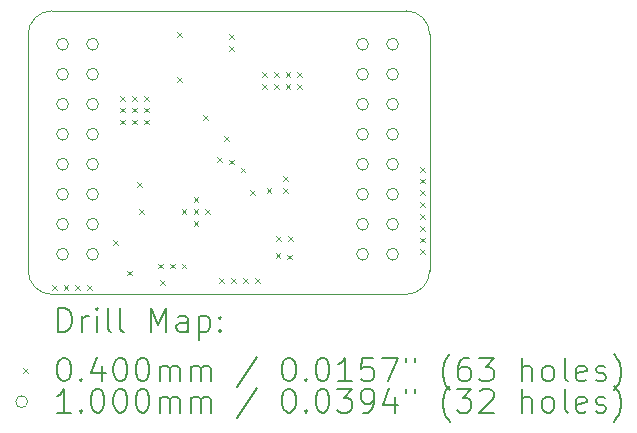
<source format=gbr>
%TF.GenerationSoftware,KiCad,Pcbnew,7.0.7-2.fc38*%
%TF.CreationDate,2023-11-16T23:21:04-08:00*%
%TF.ProjectId,TinySparrow,54696e79-5370-4617-9272-6f772e6b6963,rev?*%
%TF.SameCoordinates,Original*%
%TF.FileFunction,Drillmap*%
%TF.FilePolarity,Positive*%
%FSLAX45Y45*%
G04 Gerber Fmt 4.5, Leading zero omitted, Abs format (unit mm)*
G04 Created by KiCad (PCBNEW 7.0.7-2.fc38) date 2023-11-16 23:21:04*
%MOMM*%
%LPD*%
G01*
G04 APERTURE LIST*
%ADD10C,0.100000*%
%ADD11C,0.200000*%
%ADD12C,0.040000*%
G04 APERTURE END LIST*
D10*
X16900000Y-8180000D02*
G75*
G03*
X16700000Y-8380000I0J-200000D01*
G01*
X16900000Y-8180000D02*
X19900000Y-8180000D01*
X16700000Y-10380000D02*
X16700000Y-8380000D01*
X16900000Y-10580000D02*
X19900000Y-10580000D01*
X19900000Y-10580000D02*
G75*
G03*
X20100000Y-10380000I0J200000D01*
G01*
X20100000Y-10380000D02*
X20100000Y-8380000D01*
X20100000Y-8380000D02*
G75*
G03*
X19900000Y-8180000I-200000J0D01*
G01*
X16700000Y-10380000D02*
G75*
G03*
X16900000Y-10580000I200000J0D01*
G01*
D11*
D12*
X16900000Y-10500000D02*
X16940000Y-10540000D01*
X16940000Y-10500000D02*
X16900000Y-10540000D01*
X17000000Y-10500000D02*
X17040000Y-10540000D01*
X17040000Y-10500000D02*
X17000000Y-10540000D01*
X17100000Y-10500000D02*
X17140000Y-10540000D01*
X17140000Y-10500000D02*
X17100000Y-10540000D01*
X17200000Y-10500000D02*
X17240000Y-10540000D01*
X17240000Y-10500000D02*
X17200000Y-10540000D01*
X17420000Y-10120000D02*
X17460000Y-10160000D01*
X17460000Y-10120000D02*
X17420000Y-10160000D01*
X17480000Y-8900000D02*
X17520000Y-8940000D01*
X17520000Y-8900000D02*
X17480000Y-8940000D01*
X17480000Y-9000000D02*
X17520000Y-9040000D01*
X17520000Y-9000000D02*
X17480000Y-9040000D01*
X17480000Y-9100000D02*
X17520000Y-9140000D01*
X17520000Y-9100000D02*
X17480000Y-9140000D01*
X17540000Y-10380000D02*
X17580000Y-10420000D01*
X17580000Y-10380000D02*
X17540000Y-10420000D01*
X17580000Y-8900000D02*
X17620000Y-8940000D01*
X17620000Y-8900000D02*
X17580000Y-8940000D01*
X17580000Y-9000000D02*
X17620000Y-9040000D01*
X17620000Y-9000000D02*
X17580000Y-9040000D01*
X17580000Y-9100000D02*
X17620000Y-9140000D01*
X17620000Y-9100000D02*
X17580000Y-9140000D01*
X17620000Y-9632450D02*
X17660000Y-9672450D01*
X17660000Y-9632450D02*
X17620000Y-9672450D01*
X17640000Y-9860000D02*
X17680000Y-9900000D01*
X17680000Y-9860000D02*
X17640000Y-9900000D01*
X17680000Y-8900000D02*
X17720000Y-8940000D01*
X17720000Y-8900000D02*
X17680000Y-8940000D01*
X17680000Y-9000000D02*
X17720000Y-9040000D01*
X17720000Y-9000000D02*
X17680000Y-9040000D01*
X17680000Y-9100000D02*
X17720000Y-9140000D01*
X17720000Y-9100000D02*
X17680000Y-9140000D01*
X17800050Y-10320000D02*
X17840050Y-10360000D01*
X17840050Y-10320000D02*
X17800050Y-10360000D01*
X17820000Y-10460000D02*
X17860000Y-10500000D01*
X17860000Y-10460000D02*
X17820000Y-10500000D01*
X17900000Y-10320000D02*
X17940000Y-10360000D01*
X17940000Y-10320000D02*
X17900000Y-10360000D01*
X17960000Y-8360000D02*
X18000000Y-8400000D01*
X18000000Y-8360000D02*
X17960000Y-8400000D01*
X17960000Y-8740000D02*
X18000000Y-8780000D01*
X18000000Y-8740000D02*
X17960000Y-8780000D01*
X18000000Y-9860000D02*
X18040000Y-9900000D01*
X18040000Y-9860000D02*
X18000000Y-9900000D01*
X18000000Y-10320000D02*
X18040000Y-10360000D01*
X18040000Y-10320000D02*
X18000000Y-10360000D01*
X18100000Y-9760000D02*
X18140000Y-9800000D01*
X18140000Y-9760000D02*
X18100000Y-9800000D01*
X18100000Y-9860000D02*
X18140000Y-9900000D01*
X18140000Y-9860000D02*
X18100000Y-9900000D01*
X18100000Y-9960000D02*
X18140000Y-10000000D01*
X18140000Y-9960000D02*
X18100000Y-10000000D01*
X18180000Y-9060000D02*
X18220000Y-9100000D01*
X18220000Y-9060000D02*
X18180000Y-9100000D01*
X18200000Y-9860000D02*
X18240000Y-9900000D01*
X18240000Y-9860000D02*
X18200000Y-9900000D01*
X18300000Y-9420000D02*
X18340000Y-9460000D01*
X18340000Y-9420000D02*
X18300000Y-9460000D01*
X18318800Y-10444800D02*
X18358800Y-10484800D01*
X18358800Y-10444800D02*
X18318800Y-10484800D01*
X18360000Y-9240000D02*
X18400000Y-9280000D01*
X18400000Y-9240000D02*
X18360000Y-9280000D01*
X18400000Y-8380000D02*
X18440000Y-8420000D01*
X18440000Y-8380000D02*
X18400000Y-8420000D01*
X18400000Y-8480000D02*
X18440000Y-8520000D01*
X18440000Y-8480000D02*
X18400000Y-8520000D01*
X18400000Y-9440000D02*
X18440000Y-9480000D01*
X18440000Y-9440000D02*
X18400000Y-9480000D01*
X18418750Y-10444800D02*
X18458750Y-10484800D01*
X18458750Y-10444800D02*
X18418750Y-10484800D01*
X18500000Y-9506320D02*
X18540000Y-9546320D01*
X18540000Y-9506320D02*
X18500000Y-9546320D01*
X18522000Y-10444800D02*
X18562000Y-10484800D01*
X18562000Y-10444800D02*
X18522000Y-10484800D01*
X18580000Y-9700000D02*
X18620000Y-9740000D01*
X18620000Y-9700000D02*
X18580000Y-9740000D01*
X18621831Y-10439910D02*
X18661831Y-10479910D01*
X18661831Y-10439910D02*
X18621831Y-10479910D01*
X18680000Y-8700000D02*
X18720000Y-8740000D01*
X18720000Y-8700000D02*
X18680000Y-8740000D01*
X18680000Y-8800000D02*
X18720000Y-8840000D01*
X18720000Y-8800000D02*
X18680000Y-8840000D01*
X18720000Y-9680000D02*
X18760000Y-9720000D01*
X18760000Y-9680000D02*
X18720000Y-9720000D01*
X18780000Y-8700000D02*
X18820000Y-8740000D01*
X18820000Y-8700000D02*
X18780000Y-8740000D01*
X18780000Y-8800000D02*
X18820000Y-8840000D01*
X18820000Y-8800000D02*
X18780000Y-8840000D01*
X18795758Y-10234150D02*
X18835758Y-10274150D01*
X18835758Y-10234150D02*
X18795758Y-10274150D01*
X18801400Y-10089200D02*
X18841400Y-10129200D01*
X18841400Y-10089200D02*
X18801400Y-10129200D01*
X18860000Y-9680000D02*
X18900000Y-9720000D01*
X18900000Y-9680000D02*
X18860000Y-9720000D01*
X18861230Y-9578770D02*
X18901230Y-9618770D01*
X18901230Y-9578770D02*
X18861230Y-9618770D01*
X18880000Y-8700000D02*
X18920000Y-8740000D01*
X18920000Y-8700000D02*
X18880000Y-8740000D01*
X18880000Y-8800000D02*
X18920000Y-8840000D01*
X18920000Y-8800000D02*
X18880000Y-8840000D01*
X18895297Y-10243214D02*
X18935297Y-10283214D01*
X18935297Y-10243214D02*
X18895297Y-10283214D01*
X18901350Y-10089200D02*
X18941350Y-10129200D01*
X18941350Y-10089200D02*
X18901350Y-10129200D01*
X18980000Y-8700000D02*
X19020000Y-8740000D01*
X19020000Y-8700000D02*
X18980000Y-8740000D01*
X18980000Y-8800000D02*
X19020000Y-8840000D01*
X19020000Y-8800000D02*
X18980000Y-8840000D01*
X20020000Y-9500000D02*
X20060000Y-9540000D01*
X20060000Y-9500000D02*
X20020000Y-9540000D01*
X20020000Y-9600000D02*
X20060000Y-9640000D01*
X20060000Y-9600000D02*
X20020000Y-9640000D01*
X20020000Y-9700000D02*
X20060000Y-9740000D01*
X20060000Y-9700000D02*
X20020000Y-9740000D01*
X20020000Y-9800000D02*
X20060000Y-9840000D01*
X20060000Y-9800000D02*
X20020000Y-9840000D01*
X20020000Y-9900000D02*
X20060000Y-9940000D01*
X20060000Y-9900000D02*
X20020000Y-9940000D01*
X20020000Y-10000000D02*
X20060000Y-10040000D01*
X20060000Y-10000000D02*
X20020000Y-10040000D01*
X20020000Y-10100000D02*
X20060000Y-10140000D01*
X20060000Y-10100000D02*
X20020000Y-10140000D01*
X20020000Y-10200000D02*
X20060000Y-10240000D01*
X20060000Y-10200000D02*
X20020000Y-10240000D01*
D10*
X17041000Y-8462000D02*
G75*
G03*
X17041000Y-8462000I-50000J0D01*
G01*
X17041000Y-8716000D02*
G75*
G03*
X17041000Y-8716000I-50000J0D01*
G01*
X17041000Y-8970000D02*
G75*
G03*
X17041000Y-8970000I-50000J0D01*
G01*
X17041000Y-9224000D02*
G75*
G03*
X17041000Y-9224000I-50000J0D01*
G01*
X17041000Y-9478000D02*
G75*
G03*
X17041000Y-9478000I-50000J0D01*
G01*
X17041000Y-9732000D02*
G75*
G03*
X17041000Y-9732000I-50000J0D01*
G01*
X17041000Y-9986000D02*
G75*
G03*
X17041000Y-9986000I-50000J0D01*
G01*
X17041000Y-10240000D02*
G75*
G03*
X17041000Y-10240000I-50000J0D01*
G01*
X17295000Y-8462000D02*
G75*
G03*
X17295000Y-8462000I-50000J0D01*
G01*
X17295000Y-8716000D02*
G75*
G03*
X17295000Y-8716000I-50000J0D01*
G01*
X17295000Y-8970000D02*
G75*
G03*
X17295000Y-8970000I-50000J0D01*
G01*
X17295000Y-9224000D02*
G75*
G03*
X17295000Y-9224000I-50000J0D01*
G01*
X17295000Y-9478000D02*
G75*
G03*
X17295000Y-9478000I-50000J0D01*
G01*
X17295000Y-9732000D02*
G75*
G03*
X17295000Y-9732000I-50000J0D01*
G01*
X17295000Y-9986000D02*
G75*
G03*
X17295000Y-9986000I-50000J0D01*
G01*
X17295000Y-10240000D02*
G75*
G03*
X17295000Y-10240000I-50000J0D01*
G01*
X19581000Y-8462000D02*
G75*
G03*
X19581000Y-8462000I-50000J0D01*
G01*
X19581000Y-8716000D02*
G75*
G03*
X19581000Y-8716000I-50000J0D01*
G01*
X19581000Y-8970000D02*
G75*
G03*
X19581000Y-8970000I-50000J0D01*
G01*
X19581000Y-9224000D02*
G75*
G03*
X19581000Y-9224000I-50000J0D01*
G01*
X19581000Y-9478000D02*
G75*
G03*
X19581000Y-9478000I-50000J0D01*
G01*
X19581000Y-9732000D02*
G75*
G03*
X19581000Y-9732000I-50000J0D01*
G01*
X19581000Y-9986000D02*
G75*
G03*
X19581000Y-9986000I-50000J0D01*
G01*
X19581000Y-10240000D02*
G75*
G03*
X19581000Y-10240000I-50000J0D01*
G01*
X19835000Y-8462000D02*
G75*
G03*
X19835000Y-8462000I-50000J0D01*
G01*
X19835000Y-8716000D02*
G75*
G03*
X19835000Y-8716000I-50000J0D01*
G01*
X19835000Y-8970000D02*
G75*
G03*
X19835000Y-8970000I-50000J0D01*
G01*
X19835000Y-9224000D02*
G75*
G03*
X19835000Y-9224000I-50000J0D01*
G01*
X19835000Y-9478000D02*
G75*
G03*
X19835000Y-9478000I-50000J0D01*
G01*
X19835000Y-9732000D02*
G75*
G03*
X19835000Y-9732000I-50000J0D01*
G01*
X19835000Y-9986000D02*
G75*
G03*
X19835000Y-9986000I-50000J0D01*
G01*
X19835000Y-10240000D02*
G75*
G03*
X19835000Y-10240000I-50000J0D01*
G01*
D11*
X16955777Y-10896484D02*
X16955777Y-10696484D01*
X16955777Y-10696484D02*
X17003396Y-10696484D01*
X17003396Y-10696484D02*
X17031967Y-10706008D01*
X17031967Y-10706008D02*
X17051015Y-10725055D01*
X17051015Y-10725055D02*
X17060539Y-10744103D01*
X17060539Y-10744103D02*
X17070063Y-10782198D01*
X17070063Y-10782198D02*
X17070063Y-10810770D01*
X17070063Y-10810770D02*
X17060539Y-10848865D01*
X17060539Y-10848865D02*
X17051015Y-10867912D01*
X17051015Y-10867912D02*
X17031967Y-10886960D01*
X17031967Y-10886960D02*
X17003396Y-10896484D01*
X17003396Y-10896484D02*
X16955777Y-10896484D01*
X17155777Y-10896484D02*
X17155777Y-10763150D01*
X17155777Y-10801246D02*
X17165301Y-10782198D01*
X17165301Y-10782198D02*
X17174824Y-10772674D01*
X17174824Y-10772674D02*
X17193872Y-10763150D01*
X17193872Y-10763150D02*
X17212920Y-10763150D01*
X17279586Y-10896484D02*
X17279586Y-10763150D01*
X17279586Y-10696484D02*
X17270063Y-10706008D01*
X17270063Y-10706008D02*
X17279586Y-10715531D01*
X17279586Y-10715531D02*
X17289110Y-10706008D01*
X17289110Y-10706008D02*
X17279586Y-10696484D01*
X17279586Y-10696484D02*
X17279586Y-10715531D01*
X17403396Y-10896484D02*
X17384348Y-10886960D01*
X17384348Y-10886960D02*
X17374824Y-10867912D01*
X17374824Y-10867912D02*
X17374824Y-10696484D01*
X17508158Y-10896484D02*
X17489110Y-10886960D01*
X17489110Y-10886960D02*
X17479586Y-10867912D01*
X17479586Y-10867912D02*
X17479586Y-10696484D01*
X17736729Y-10896484D02*
X17736729Y-10696484D01*
X17736729Y-10696484D02*
X17803396Y-10839341D01*
X17803396Y-10839341D02*
X17870063Y-10696484D01*
X17870063Y-10696484D02*
X17870063Y-10896484D01*
X18051015Y-10896484D02*
X18051015Y-10791722D01*
X18051015Y-10791722D02*
X18041491Y-10772674D01*
X18041491Y-10772674D02*
X18022444Y-10763150D01*
X18022444Y-10763150D02*
X17984348Y-10763150D01*
X17984348Y-10763150D02*
X17965301Y-10772674D01*
X18051015Y-10886960D02*
X18031967Y-10896484D01*
X18031967Y-10896484D02*
X17984348Y-10896484D01*
X17984348Y-10896484D02*
X17965301Y-10886960D01*
X17965301Y-10886960D02*
X17955777Y-10867912D01*
X17955777Y-10867912D02*
X17955777Y-10848865D01*
X17955777Y-10848865D02*
X17965301Y-10829817D01*
X17965301Y-10829817D02*
X17984348Y-10820293D01*
X17984348Y-10820293D02*
X18031967Y-10820293D01*
X18031967Y-10820293D02*
X18051015Y-10810770D01*
X18146253Y-10763150D02*
X18146253Y-10963150D01*
X18146253Y-10772674D02*
X18165301Y-10763150D01*
X18165301Y-10763150D02*
X18203396Y-10763150D01*
X18203396Y-10763150D02*
X18222444Y-10772674D01*
X18222444Y-10772674D02*
X18231967Y-10782198D01*
X18231967Y-10782198D02*
X18241491Y-10801246D01*
X18241491Y-10801246D02*
X18241491Y-10858389D01*
X18241491Y-10858389D02*
X18231967Y-10877436D01*
X18231967Y-10877436D02*
X18222444Y-10886960D01*
X18222444Y-10886960D02*
X18203396Y-10896484D01*
X18203396Y-10896484D02*
X18165301Y-10896484D01*
X18165301Y-10896484D02*
X18146253Y-10886960D01*
X18327205Y-10877436D02*
X18336729Y-10886960D01*
X18336729Y-10886960D02*
X18327205Y-10896484D01*
X18327205Y-10896484D02*
X18317682Y-10886960D01*
X18317682Y-10886960D02*
X18327205Y-10877436D01*
X18327205Y-10877436D02*
X18327205Y-10896484D01*
X18327205Y-10772674D02*
X18336729Y-10782198D01*
X18336729Y-10782198D02*
X18327205Y-10791722D01*
X18327205Y-10791722D02*
X18317682Y-10782198D01*
X18317682Y-10782198D02*
X18327205Y-10772674D01*
X18327205Y-10772674D02*
X18327205Y-10791722D01*
D12*
X16655000Y-11205000D02*
X16695000Y-11245000D01*
X16695000Y-11205000D02*
X16655000Y-11245000D01*
D11*
X16993872Y-11116484D02*
X17012920Y-11116484D01*
X17012920Y-11116484D02*
X17031967Y-11126008D01*
X17031967Y-11126008D02*
X17041491Y-11135531D01*
X17041491Y-11135531D02*
X17051015Y-11154579D01*
X17051015Y-11154579D02*
X17060539Y-11192674D01*
X17060539Y-11192674D02*
X17060539Y-11240293D01*
X17060539Y-11240293D02*
X17051015Y-11278388D01*
X17051015Y-11278388D02*
X17041491Y-11297436D01*
X17041491Y-11297436D02*
X17031967Y-11306960D01*
X17031967Y-11306960D02*
X17012920Y-11316484D01*
X17012920Y-11316484D02*
X16993872Y-11316484D01*
X16993872Y-11316484D02*
X16974824Y-11306960D01*
X16974824Y-11306960D02*
X16965301Y-11297436D01*
X16965301Y-11297436D02*
X16955777Y-11278388D01*
X16955777Y-11278388D02*
X16946253Y-11240293D01*
X16946253Y-11240293D02*
X16946253Y-11192674D01*
X16946253Y-11192674D02*
X16955777Y-11154579D01*
X16955777Y-11154579D02*
X16965301Y-11135531D01*
X16965301Y-11135531D02*
X16974824Y-11126008D01*
X16974824Y-11126008D02*
X16993872Y-11116484D01*
X17146253Y-11297436D02*
X17155777Y-11306960D01*
X17155777Y-11306960D02*
X17146253Y-11316484D01*
X17146253Y-11316484D02*
X17136729Y-11306960D01*
X17136729Y-11306960D02*
X17146253Y-11297436D01*
X17146253Y-11297436D02*
X17146253Y-11316484D01*
X17327205Y-11183150D02*
X17327205Y-11316484D01*
X17279586Y-11106960D02*
X17231967Y-11249817D01*
X17231967Y-11249817D02*
X17355777Y-11249817D01*
X17470063Y-11116484D02*
X17489110Y-11116484D01*
X17489110Y-11116484D02*
X17508158Y-11126008D01*
X17508158Y-11126008D02*
X17517682Y-11135531D01*
X17517682Y-11135531D02*
X17527205Y-11154579D01*
X17527205Y-11154579D02*
X17536729Y-11192674D01*
X17536729Y-11192674D02*
X17536729Y-11240293D01*
X17536729Y-11240293D02*
X17527205Y-11278388D01*
X17527205Y-11278388D02*
X17517682Y-11297436D01*
X17517682Y-11297436D02*
X17508158Y-11306960D01*
X17508158Y-11306960D02*
X17489110Y-11316484D01*
X17489110Y-11316484D02*
X17470063Y-11316484D01*
X17470063Y-11316484D02*
X17451015Y-11306960D01*
X17451015Y-11306960D02*
X17441491Y-11297436D01*
X17441491Y-11297436D02*
X17431967Y-11278388D01*
X17431967Y-11278388D02*
X17422444Y-11240293D01*
X17422444Y-11240293D02*
X17422444Y-11192674D01*
X17422444Y-11192674D02*
X17431967Y-11154579D01*
X17431967Y-11154579D02*
X17441491Y-11135531D01*
X17441491Y-11135531D02*
X17451015Y-11126008D01*
X17451015Y-11126008D02*
X17470063Y-11116484D01*
X17660539Y-11116484D02*
X17679586Y-11116484D01*
X17679586Y-11116484D02*
X17698634Y-11126008D01*
X17698634Y-11126008D02*
X17708158Y-11135531D01*
X17708158Y-11135531D02*
X17717682Y-11154579D01*
X17717682Y-11154579D02*
X17727205Y-11192674D01*
X17727205Y-11192674D02*
X17727205Y-11240293D01*
X17727205Y-11240293D02*
X17717682Y-11278388D01*
X17717682Y-11278388D02*
X17708158Y-11297436D01*
X17708158Y-11297436D02*
X17698634Y-11306960D01*
X17698634Y-11306960D02*
X17679586Y-11316484D01*
X17679586Y-11316484D02*
X17660539Y-11316484D01*
X17660539Y-11316484D02*
X17641491Y-11306960D01*
X17641491Y-11306960D02*
X17631967Y-11297436D01*
X17631967Y-11297436D02*
X17622444Y-11278388D01*
X17622444Y-11278388D02*
X17612920Y-11240293D01*
X17612920Y-11240293D02*
X17612920Y-11192674D01*
X17612920Y-11192674D02*
X17622444Y-11154579D01*
X17622444Y-11154579D02*
X17631967Y-11135531D01*
X17631967Y-11135531D02*
X17641491Y-11126008D01*
X17641491Y-11126008D02*
X17660539Y-11116484D01*
X17812920Y-11316484D02*
X17812920Y-11183150D01*
X17812920Y-11202198D02*
X17822444Y-11192674D01*
X17822444Y-11192674D02*
X17841491Y-11183150D01*
X17841491Y-11183150D02*
X17870063Y-11183150D01*
X17870063Y-11183150D02*
X17889110Y-11192674D01*
X17889110Y-11192674D02*
X17898634Y-11211722D01*
X17898634Y-11211722D02*
X17898634Y-11316484D01*
X17898634Y-11211722D02*
X17908158Y-11192674D01*
X17908158Y-11192674D02*
X17927205Y-11183150D01*
X17927205Y-11183150D02*
X17955777Y-11183150D01*
X17955777Y-11183150D02*
X17974825Y-11192674D01*
X17974825Y-11192674D02*
X17984348Y-11211722D01*
X17984348Y-11211722D02*
X17984348Y-11316484D01*
X18079586Y-11316484D02*
X18079586Y-11183150D01*
X18079586Y-11202198D02*
X18089110Y-11192674D01*
X18089110Y-11192674D02*
X18108158Y-11183150D01*
X18108158Y-11183150D02*
X18136729Y-11183150D01*
X18136729Y-11183150D02*
X18155777Y-11192674D01*
X18155777Y-11192674D02*
X18165301Y-11211722D01*
X18165301Y-11211722D02*
X18165301Y-11316484D01*
X18165301Y-11211722D02*
X18174825Y-11192674D01*
X18174825Y-11192674D02*
X18193872Y-11183150D01*
X18193872Y-11183150D02*
X18222444Y-11183150D01*
X18222444Y-11183150D02*
X18241491Y-11192674D01*
X18241491Y-11192674D02*
X18251015Y-11211722D01*
X18251015Y-11211722D02*
X18251015Y-11316484D01*
X18641491Y-11106960D02*
X18470063Y-11364103D01*
X18898634Y-11116484D02*
X18917682Y-11116484D01*
X18917682Y-11116484D02*
X18936729Y-11126008D01*
X18936729Y-11126008D02*
X18946253Y-11135531D01*
X18946253Y-11135531D02*
X18955777Y-11154579D01*
X18955777Y-11154579D02*
X18965301Y-11192674D01*
X18965301Y-11192674D02*
X18965301Y-11240293D01*
X18965301Y-11240293D02*
X18955777Y-11278388D01*
X18955777Y-11278388D02*
X18946253Y-11297436D01*
X18946253Y-11297436D02*
X18936729Y-11306960D01*
X18936729Y-11306960D02*
X18917682Y-11316484D01*
X18917682Y-11316484D02*
X18898634Y-11316484D01*
X18898634Y-11316484D02*
X18879587Y-11306960D01*
X18879587Y-11306960D02*
X18870063Y-11297436D01*
X18870063Y-11297436D02*
X18860539Y-11278388D01*
X18860539Y-11278388D02*
X18851015Y-11240293D01*
X18851015Y-11240293D02*
X18851015Y-11192674D01*
X18851015Y-11192674D02*
X18860539Y-11154579D01*
X18860539Y-11154579D02*
X18870063Y-11135531D01*
X18870063Y-11135531D02*
X18879587Y-11126008D01*
X18879587Y-11126008D02*
X18898634Y-11116484D01*
X19051015Y-11297436D02*
X19060539Y-11306960D01*
X19060539Y-11306960D02*
X19051015Y-11316484D01*
X19051015Y-11316484D02*
X19041491Y-11306960D01*
X19041491Y-11306960D02*
X19051015Y-11297436D01*
X19051015Y-11297436D02*
X19051015Y-11316484D01*
X19184348Y-11116484D02*
X19203396Y-11116484D01*
X19203396Y-11116484D02*
X19222444Y-11126008D01*
X19222444Y-11126008D02*
X19231968Y-11135531D01*
X19231968Y-11135531D02*
X19241491Y-11154579D01*
X19241491Y-11154579D02*
X19251015Y-11192674D01*
X19251015Y-11192674D02*
X19251015Y-11240293D01*
X19251015Y-11240293D02*
X19241491Y-11278388D01*
X19241491Y-11278388D02*
X19231968Y-11297436D01*
X19231968Y-11297436D02*
X19222444Y-11306960D01*
X19222444Y-11306960D02*
X19203396Y-11316484D01*
X19203396Y-11316484D02*
X19184348Y-11316484D01*
X19184348Y-11316484D02*
X19165301Y-11306960D01*
X19165301Y-11306960D02*
X19155777Y-11297436D01*
X19155777Y-11297436D02*
X19146253Y-11278388D01*
X19146253Y-11278388D02*
X19136729Y-11240293D01*
X19136729Y-11240293D02*
X19136729Y-11192674D01*
X19136729Y-11192674D02*
X19146253Y-11154579D01*
X19146253Y-11154579D02*
X19155777Y-11135531D01*
X19155777Y-11135531D02*
X19165301Y-11126008D01*
X19165301Y-11126008D02*
X19184348Y-11116484D01*
X19441491Y-11316484D02*
X19327206Y-11316484D01*
X19384348Y-11316484D02*
X19384348Y-11116484D01*
X19384348Y-11116484D02*
X19365301Y-11145055D01*
X19365301Y-11145055D02*
X19346253Y-11164103D01*
X19346253Y-11164103D02*
X19327206Y-11173627D01*
X19622444Y-11116484D02*
X19527206Y-11116484D01*
X19527206Y-11116484D02*
X19517682Y-11211722D01*
X19517682Y-11211722D02*
X19527206Y-11202198D01*
X19527206Y-11202198D02*
X19546253Y-11192674D01*
X19546253Y-11192674D02*
X19593872Y-11192674D01*
X19593872Y-11192674D02*
X19612920Y-11202198D01*
X19612920Y-11202198D02*
X19622444Y-11211722D01*
X19622444Y-11211722D02*
X19631968Y-11230769D01*
X19631968Y-11230769D02*
X19631968Y-11278388D01*
X19631968Y-11278388D02*
X19622444Y-11297436D01*
X19622444Y-11297436D02*
X19612920Y-11306960D01*
X19612920Y-11306960D02*
X19593872Y-11316484D01*
X19593872Y-11316484D02*
X19546253Y-11316484D01*
X19546253Y-11316484D02*
X19527206Y-11306960D01*
X19527206Y-11306960D02*
X19517682Y-11297436D01*
X19698634Y-11116484D02*
X19831968Y-11116484D01*
X19831968Y-11116484D02*
X19746253Y-11316484D01*
X19898634Y-11116484D02*
X19898634Y-11154579D01*
X19974825Y-11116484D02*
X19974825Y-11154579D01*
X20270063Y-11392674D02*
X20260539Y-11383150D01*
X20260539Y-11383150D02*
X20241491Y-11354579D01*
X20241491Y-11354579D02*
X20231968Y-11335531D01*
X20231968Y-11335531D02*
X20222444Y-11306960D01*
X20222444Y-11306960D02*
X20212920Y-11259341D01*
X20212920Y-11259341D02*
X20212920Y-11221246D01*
X20212920Y-11221246D02*
X20222444Y-11173627D01*
X20222444Y-11173627D02*
X20231968Y-11145055D01*
X20231968Y-11145055D02*
X20241491Y-11126008D01*
X20241491Y-11126008D02*
X20260539Y-11097436D01*
X20260539Y-11097436D02*
X20270063Y-11087912D01*
X20431968Y-11116484D02*
X20393872Y-11116484D01*
X20393872Y-11116484D02*
X20374825Y-11126008D01*
X20374825Y-11126008D02*
X20365301Y-11135531D01*
X20365301Y-11135531D02*
X20346253Y-11164103D01*
X20346253Y-11164103D02*
X20336730Y-11202198D01*
X20336730Y-11202198D02*
X20336730Y-11278388D01*
X20336730Y-11278388D02*
X20346253Y-11297436D01*
X20346253Y-11297436D02*
X20355777Y-11306960D01*
X20355777Y-11306960D02*
X20374825Y-11316484D01*
X20374825Y-11316484D02*
X20412920Y-11316484D01*
X20412920Y-11316484D02*
X20431968Y-11306960D01*
X20431968Y-11306960D02*
X20441491Y-11297436D01*
X20441491Y-11297436D02*
X20451015Y-11278388D01*
X20451015Y-11278388D02*
X20451015Y-11230769D01*
X20451015Y-11230769D02*
X20441491Y-11211722D01*
X20441491Y-11211722D02*
X20431968Y-11202198D01*
X20431968Y-11202198D02*
X20412920Y-11192674D01*
X20412920Y-11192674D02*
X20374825Y-11192674D01*
X20374825Y-11192674D02*
X20355777Y-11202198D01*
X20355777Y-11202198D02*
X20346253Y-11211722D01*
X20346253Y-11211722D02*
X20336730Y-11230769D01*
X20517682Y-11116484D02*
X20641491Y-11116484D01*
X20641491Y-11116484D02*
X20574825Y-11192674D01*
X20574825Y-11192674D02*
X20603396Y-11192674D01*
X20603396Y-11192674D02*
X20622444Y-11202198D01*
X20622444Y-11202198D02*
X20631968Y-11211722D01*
X20631968Y-11211722D02*
X20641491Y-11230769D01*
X20641491Y-11230769D02*
X20641491Y-11278388D01*
X20641491Y-11278388D02*
X20631968Y-11297436D01*
X20631968Y-11297436D02*
X20622444Y-11306960D01*
X20622444Y-11306960D02*
X20603396Y-11316484D01*
X20603396Y-11316484D02*
X20546253Y-11316484D01*
X20546253Y-11316484D02*
X20527206Y-11306960D01*
X20527206Y-11306960D02*
X20517682Y-11297436D01*
X20879587Y-11316484D02*
X20879587Y-11116484D01*
X20965301Y-11316484D02*
X20965301Y-11211722D01*
X20965301Y-11211722D02*
X20955777Y-11192674D01*
X20955777Y-11192674D02*
X20936730Y-11183150D01*
X20936730Y-11183150D02*
X20908158Y-11183150D01*
X20908158Y-11183150D02*
X20889111Y-11192674D01*
X20889111Y-11192674D02*
X20879587Y-11202198D01*
X21089111Y-11316484D02*
X21070063Y-11306960D01*
X21070063Y-11306960D02*
X21060539Y-11297436D01*
X21060539Y-11297436D02*
X21051015Y-11278388D01*
X21051015Y-11278388D02*
X21051015Y-11221246D01*
X21051015Y-11221246D02*
X21060539Y-11202198D01*
X21060539Y-11202198D02*
X21070063Y-11192674D01*
X21070063Y-11192674D02*
X21089111Y-11183150D01*
X21089111Y-11183150D02*
X21117682Y-11183150D01*
X21117682Y-11183150D02*
X21136730Y-11192674D01*
X21136730Y-11192674D02*
X21146253Y-11202198D01*
X21146253Y-11202198D02*
X21155777Y-11221246D01*
X21155777Y-11221246D02*
X21155777Y-11278388D01*
X21155777Y-11278388D02*
X21146253Y-11297436D01*
X21146253Y-11297436D02*
X21136730Y-11306960D01*
X21136730Y-11306960D02*
X21117682Y-11316484D01*
X21117682Y-11316484D02*
X21089111Y-11316484D01*
X21270063Y-11316484D02*
X21251015Y-11306960D01*
X21251015Y-11306960D02*
X21241492Y-11287912D01*
X21241492Y-11287912D02*
X21241492Y-11116484D01*
X21422444Y-11306960D02*
X21403396Y-11316484D01*
X21403396Y-11316484D02*
X21365301Y-11316484D01*
X21365301Y-11316484D02*
X21346253Y-11306960D01*
X21346253Y-11306960D02*
X21336730Y-11287912D01*
X21336730Y-11287912D02*
X21336730Y-11211722D01*
X21336730Y-11211722D02*
X21346253Y-11192674D01*
X21346253Y-11192674D02*
X21365301Y-11183150D01*
X21365301Y-11183150D02*
X21403396Y-11183150D01*
X21403396Y-11183150D02*
X21422444Y-11192674D01*
X21422444Y-11192674D02*
X21431968Y-11211722D01*
X21431968Y-11211722D02*
X21431968Y-11230769D01*
X21431968Y-11230769D02*
X21336730Y-11249817D01*
X21508158Y-11306960D02*
X21527206Y-11316484D01*
X21527206Y-11316484D02*
X21565301Y-11316484D01*
X21565301Y-11316484D02*
X21584349Y-11306960D01*
X21584349Y-11306960D02*
X21593873Y-11287912D01*
X21593873Y-11287912D02*
X21593873Y-11278388D01*
X21593873Y-11278388D02*
X21584349Y-11259341D01*
X21584349Y-11259341D02*
X21565301Y-11249817D01*
X21565301Y-11249817D02*
X21536730Y-11249817D01*
X21536730Y-11249817D02*
X21517682Y-11240293D01*
X21517682Y-11240293D02*
X21508158Y-11221246D01*
X21508158Y-11221246D02*
X21508158Y-11211722D01*
X21508158Y-11211722D02*
X21517682Y-11192674D01*
X21517682Y-11192674D02*
X21536730Y-11183150D01*
X21536730Y-11183150D02*
X21565301Y-11183150D01*
X21565301Y-11183150D02*
X21584349Y-11192674D01*
X21660539Y-11392674D02*
X21670063Y-11383150D01*
X21670063Y-11383150D02*
X21689111Y-11354579D01*
X21689111Y-11354579D02*
X21698634Y-11335531D01*
X21698634Y-11335531D02*
X21708158Y-11306960D01*
X21708158Y-11306960D02*
X21717682Y-11259341D01*
X21717682Y-11259341D02*
X21717682Y-11221246D01*
X21717682Y-11221246D02*
X21708158Y-11173627D01*
X21708158Y-11173627D02*
X21698634Y-11145055D01*
X21698634Y-11145055D02*
X21689111Y-11126008D01*
X21689111Y-11126008D02*
X21670063Y-11097436D01*
X21670063Y-11097436D02*
X21660539Y-11087912D01*
D10*
X16695000Y-11489000D02*
G75*
G03*
X16695000Y-11489000I-50000J0D01*
G01*
D11*
X17060539Y-11580484D02*
X16946253Y-11580484D01*
X17003396Y-11580484D02*
X17003396Y-11380484D01*
X17003396Y-11380484D02*
X16984348Y-11409055D01*
X16984348Y-11409055D02*
X16965301Y-11428103D01*
X16965301Y-11428103D02*
X16946253Y-11437627D01*
X17146253Y-11561436D02*
X17155777Y-11570960D01*
X17155777Y-11570960D02*
X17146253Y-11580484D01*
X17146253Y-11580484D02*
X17136729Y-11570960D01*
X17136729Y-11570960D02*
X17146253Y-11561436D01*
X17146253Y-11561436D02*
X17146253Y-11580484D01*
X17279586Y-11380484D02*
X17298634Y-11380484D01*
X17298634Y-11380484D02*
X17317682Y-11390008D01*
X17317682Y-11390008D02*
X17327205Y-11399531D01*
X17327205Y-11399531D02*
X17336729Y-11418579D01*
X17336729Y-11418579D02*
X17346253Y-11456674D01*
X17346253Y-11456674D02*
X17346253Y-11504293D01*
X17346253Y-11504293D02*
X17336729Y-11542388D01*
X17336729Y-11542388D02*
X17327205Y-11561436D01*
X17327205Y-11561436D02*
X17317682Y-11570960D01*
X17317682Y-11570960D02*
X17298634Y-11580484D01*
X17298634Y-11580484D02*
X17279586Y-11580484D01*
X17279586Y-11580484D02*
X17260539Y-11570960D01*
X17260539Y-11570960D02*
X17251015Y-11561436D01*
X17251015Y-11561436D02*
X17241491Y-11542388D01*
X17241491Y-11542388D02*
X17231967Y-11504293D01*
X17231967Y-11504293D02*
X17231967Y-11456674D01*
X17231967Y-11456674D02*
X17241491Y-11418579D01*
X17241491Y-11418579D02*
X17251015Y-11399531D01*
X17251015Y-11399531D02*
X17260539Y-11390008D01*
X17260539Y-11390008D02*
X17279586Y-11380484D01*
X17470063Y-11380484D02*
X17489110Y-11380484D01*
X17489110Y-11380484D02*
X17508158Y-11390008D01*
X17508158Y-11390008D02*
X17517682Y-11399531D01*
X17517682Y-11399531D02*
X17527205Y-11418579D01*
X17527205Y-11418579D02*
X17536729Y-11456674D01*
X17536729Y-11456674D02*
X17536729Y-11504293D01*
X17536729Y-11504293D02*
X17527205Y-11542388D01*
X17527205Y-11542388D02*
X17517682Y-11561436D01*
X17517682Y-11561436D02*
X17508158Y-11570960D01*
X17508158Y-11570960D02*
X17489110Y-11580484D01*
X17489110Y-11580484D02*
X17470063Y-11580484D01*
X17470063Y-11580484D02*
X17451015Y-11570960D01*
X17451015Y-11570960D02*
X17441491Y-11561436D01*
X17441491Y-11561436D02*
X17431967Y-11542388D01*
X17431967Y-11542388D02*
X17422444Y-11504293D01*
X17422444Y-11504293D02*
X17422444Y-11456674D01*
X17422444Y-11456674D02*
X17431967Y-11418579D01*
X17431967Y-11418579D02*
X17441491Y-11399531D01*
X17441491Y-11399531D02*
X17451015Y-11390008D01*
X17451015Y-11390008D02*
X17470063Y-11380484D01*
X17660539Y-11380484D02*
X17679586Y-11380484D01*
X17679586Y-11380484D02*
X17698634Y-11390008D01*
X17698634Y-11390008D02*
X17708158Y-11399531D01*
X17708158Y-11399531D02*
X17717682Y-11418579D01*
X17717682Y-11418579D02*
X17727205Y-11456674D01*
X17727205Y-11456674D02*
X17727205Y-11504293D01*
X17727205Y-11504293D02*
X17717682Y-11542388D01*
X17717682Y-11542388D02*
X17708158Y-11561436D01*
X17708158Y-11561436D02*
X17698634Y-11570960D01*
X17698634Y-11570960D02*
X17679586Y-11580484D01*
X17679586Y-11580484D02*
X17660539Y-11580484D01*
X17660539Y-11580484D02*
X17641491Y-11570960D01*
X17641491Y-11570960D02*
X17631967Y-11561436D01*
X17631967Y-11561436D02*
X17622444Y-11542388D01*
X17622444Y-11542388D02*
X17612920Y-11504293D01*
X17612920Y-11504293D02*
X17612920Y-11456674D01*
X17612920Y-11456674D02*
X17622444Y-11418579D01*
X17622444Y-11418579D02*
X17631967Y-11399531D01*
X17631967Y-11399531D02*
X17641491Y-11390008D01*
X17641491Y-11390008D02*
X17660539Y-11380484D01*
X17812920Y-11580484D02*
X17812920Y-11447150D01*
X17812920Y-11466198D02*
X17822444Y-11456674D01*
X17822444Y-11456674D02*
X17841491Y-11447150D01*
X17841491Y-11447150D02*
X17870063Y-11447150D01*
X17870063Y-11447150D02*
X17889110Y-11456674D01*
X17889110Y-11456674D02*
X17898634Y-11475722D01*
X17898634Y-11475722D02*
X17898634Y-11580484D01*
X17898634Y-11475722D02*
X17908158Y-11456674D01*
X17908158Y-11456674D02*
X17927205Y-11447150D01*
X17927205Y-11447150D02*
X17955777Y-11447150D01*
X17955777Y-11447150D02*
X17974825Y-11456674D01*
X17974825Y-11456674D02*
X17984348Y-11475722D01*
X17984348Y-11475722D02*
X17984348Y-11580484D01*
X18079586Y-11580484D02*
X18079586Y-11447150D01*
X18079586Y-11466198D02*
X18089110Y-11456674D01*
X18089110Y-11456674D02*
X18108158Y-11447150D01*
X18108158Y-11447150D02*
X18136729Y-11447150D01*
X18136729Y-11447150D02*
X18155777Y-11456674D01*
X18155777Y-11456674D02*
X18165301Y-11475722D01*
X18165301Y-11475722D02*
X18165301Y-11580484D01*
X18165301Y-11475722D02*
X18174825Y-11456674D01*
X18174825Y-11456674D02*
X18193872Y-11447150D01*
X18193872Y-11447150D02*
X18222444Y-11447150D01*
X18222444Y-11447150D02*
X18241491Y-11456674D01*
X18241491Y-11456674D02*
X18251015Y-11475722D01*
X18251015Y-11475722D02*
X18251015Y-11580484D01*
X18641491Y-11370960D02*
X18470063Y-11628103D01*
X18898634Y-11380484D02*
X18917682Y-11380484D01*
X18917682Y-11380484D02*
X18936729Y-11390008D01*
X18936729Y-11390008D02*
X18946253Y-11399531D01*
X18946253Y-11399531D02*
X18955777Y-11418579D01*
X18955777Y-11418579D02*
X18965301Y-11456674D01*
X18965301Y-11456674D02*
X18965301Y-11504293D01*
X18965301Y-11504293D02*
X18955777Y-11542388D01*
X18955777Y-11542388D02*
X18946253Y-11561436D01*
X18946253Y-11561436D02*
X18936729Y-11570960D01*
X18936729Y-11570960D02*
X18917682Y-11580484D01*
X18917682Y-11580484D02*
X18898634Y-11580484D01*
X18898634Y-11580484D02*
X18879587Y-11570960D01*
X18879587Y-11570960D02*
X18870063Y-11561436D01*
X18870063Y-11561436D02*
X18860539Y-11542388D01*
X18860539Y-11542388D02*
X18851015Y-11504293D01*
X18851015Y-11504293D02*
X18851015Y-11456674D01*
X18851015Y-11456674D02*
X18860539Y-11418579D01*
X18860539Y-11418579D02*
X18870063Y-11399531D01*
X18870063Y-11399531D02*
X18879587Y-11390008D01*
X18879587Y-11390008D02*
X18898634Y-11380484D01*
X19051015Y-11561436D02*
X19060539Y-11570960D01*
X19060539Y-11570960D02*
X19051015Y-11580484D01*
X19051015Y-11580484D02*
X19041491Y-11570960D01*
X19041491Y-11570960D02*
X19051015Y-11561436D01*
X19051015Y-11561436D02*
X19051015Y-11580484D01*
X19184348Y-11380484D02*
X19203396Y-11380484D01*
X19203396Y-11380484D02*
X19222444Y-11390008D01*
X19222444Y-11390008D02*
X19231968Y-11399531D01*
X19231968Y-11399531D02*
X19241491Y-11418579D01*
X19241491Y-11418579D02*
X19251015Y-11456674D01*
X19251015Y-11456674D02*
X19251015Y-11504293D01*
X19251015Y-11504293D02*
X19241491Y-11542388D01*
X19241491Y-11542388D02*
X19231968Y-11561436D01*
X19231968Y-11561436D02*
X19222444Y-11570960D01*
X19222444Y-11570960D02*
X19203396Y-11580484D01*
X19203396Y-11580484D02*
X19184348Y-11580484D01*
X19184348Y-11580484D02*
X19165301Y-11570960D01*
X19165301Y-11570960D02*
X19155777Y-11561436D01*
X19155777Y-11561436D02*
X19146253Y-11542388D01*
X19146253Y-11542388D02*
X19136729Y-11504293D01*
X19136729Y-11504293D02*
X19136729Y-11456674D01*
X19136729Y-11456674D02*
X19146253Y-11418579D01*
X19146253Y-11418579D02*
X19155777Y-11399531D01*
X19155777Y-11399531D02*
X19165301Y-11390008D01*
X19165301Y-11390008D02*
X19184348Y-11380484D01*
X19317682Y-11380484D02*
X19441491Y-11380484D01*
X19441491Y-11380484D02*
X19374825Y-11456674D01*
X19374825Y-11456674D02*
X19403396Y-11456674D01*
X19403396Y-11456674D02*
X19422444Y-11466198D01*
X19422444Y-11466198D02*
X19431968Y-11475722D01*
X19431968Y-11475722D02*
X19441491Y-11494769D01*
X19441491Y-11494769D02*
X19441491Y-11542388D01*
X19441491Y-11542388D02*
X19431968Y-11561436D01*
X19431968Y-11561436D02*
X19422444Y-11570960D01*
X19422444Y-11570960D02*
X19403396Y-11580484D01*
X19403396Y-11580484D02*
X19346253Y-11580484D01*
X19346253Y-11580484D02*
X19327206Y-11570960D01*
X19327206Y-11570960D02*
X19317682Y-11561436D01*
X19536729Y-11580484D02*
X19574825Y-11580484D01*
X19574825Y-11580484D02*
X19593872Y-11570960D01*
X19593872Y-11570960D02*
X19603396Y-11561436D01*
X19603396Y-11561436D02*
X19622444Y-11532865D01*
X19622444Y-11532865D02*
X19631968Y-11494769D01*
X19631968Y-11494769D02*
X19631968Y-11418579D01*
X19631968Y-11418579D02*
X19622444Y-11399531D01*
X19622444Y-11399531D02*
X19612920Y-11390008D01*
X19612920Y-11390008D02*
X19593872Y-11380484D01*
X19593872Y-11380484D02*
X19555777Y-11380484D01*
X19555777Y-11380484D02*
X19536729Y-11390008D01*
X19536729Y-11390008D02*
X19527206Y-11399531D01*
X19527206Y-11399531D02*
X19517682Y-11418579D01*
X19517682Y-11418579D02*
X19517682Y-11466198D01*
X19517682Y-11466198D02*
X19527206Y-11485246D01*
X19527206Y-11485246D02*
X19536729Y-11494769D01*
X19536729Y-11494769D02*
X19555777Y-11504293D01*
X19555777Y-11504293D02*
X19593872Y-11504293D01*
X19593872Y-11504293D02*
X19612920Y-11494769D01*
X19612920Y-11494769D02*
X19622444Y-11485246D01*
X19622444Y-11485246D02*
X19631968Y-11466198D01*
X19803396Y-11447150D02*
X19803396Y-11580484D01*
X19755777Y-11370960D02*
X19708158Y-11513817D01*
X19708158Y-11513817D02*
X19831968Y-11513817D01*
X19898634Y-11380484D02*
X19898634Y-11418579D01*
X19974825Y-11380484D02*
X19974825Y-11418579D01*
X20270063Y-11656674D02*
X20260539Y-11647150D01*
X20260539Y-11647150D02*
X20241491Y-11618579D01*
X20241491Y-11618579D02*
X20231968Y-11599531D01*
X20231968Y-11599531D02*
X20222444Y-11570960D01*
X20222444Y-11570960D02*
X20212920Y-11523341D01*
X20212920Y-11523341D02*
X20212920Y-11485246D01*
X20212920Y-11485246D02*
X20222444Y-11437627D01*
X20222444Y-11437627D02*
X20231968Y-11409055D01*
X20231968Y-11409055D02*
X20241491Y-11390008D01*
X20241491Y-11390008D02*
X20260539Y-11361436D01*
X20260539Y-11361436D02*
X20270063Y-11351912D01*
X20327206Y-11380484D02*
X20451015Y-11380484D01*
X20451015Y-11380484D02*
X20384349Y-11456674D01*
X20384349Y-11456674D02*
X20412920Y-11456674D01*
X20412920Y-11456674D02*
X20431968Y-11466198D01*
X20431968Y-11466198D02*
X20441491Y-11475722D01*
X20441491Y-11475722D02*
X20451015Y-11494769D01*
X20451015Y-11494769D02*
X20451015Y-11542388D01*
X20451015Y-11542388D02*
X20441491Y-11561436D01*
X20441491Y-11561436D02*
X20431968Y-11570960D01*
X20431968Y-11570960D02*
X20412920Y-11580484D01*
X20412920Y-11580484D02*
X20355777Y-11580484D01*
X20355777Y-11580484D02*
X20336730Y-11570960D01*
X20336730Y-11570960D02*
X20327206Y-11561436D01*
X20527206Y-11399531D02*
X20536730Y-11390008D01*
X20536730Y-11390008D02*
X20555777Y-11380484D01*
X20555777Y-11380484D02*
X20603396Y-11380484D01*
X20603396Y-11380484D02*
X20622444Y-11390008D01*
X20622444Y-11390008D02*
X20631968Y-11399531D01*
X20631968Y-11399531D02*
X20641491Y-11418579D01*
X20641491Y-11418579D02*
X20641491Y-11437627D01*
X20641491Y-11437627D02*
X20631968Y-11466198D01*
X20631968Y-11466198D02*
X20517682Y-11580484D01*
X20517682Y-11580484D02*
X20641491Y-11580484D01*
X20879587Y-11580484D02*
X20879587Y-11380484D01*
X20965301Y-11580484D02*
X20965301Y-11475722D01*
X20965301Y-11475722D02*
X20955777Y-11456674D01*
X20955777Y-11456674D02*
X20936730Y-11447150D01*
X20936730Y-11447150D02*
X20908158Y-11447150D01*
X20908158Y-11447150D02*
X20889111Y-11456674D01*
X20889111Y-11456674D02*
X20879587Y-11466198D01*
X21089111Y-11580484D02*
X21070063Y-11570960D01*
X21070063Y-11570960D02*
X21060539Y-11561436D01*
X21060539Y-11561436D02*
X21051015Y-11542388D01*
X21051015Y-11542388D02*
X21051015Y-11485246D01*
X21051015Y-11485246D02*
X21060539Y-11466198D01*
X21060539Y-11466198D02*
X21070063Y-11456674D01*
X21070063Y-11456674D02*
X21089111Y-11447150D01*
X21089111Y-11447150D02*
X21117682Y-11447150D01*
X21117682Y-11447150D02*
X21136730Y-11456674D01*
X21136730Y-11456674D02*
X21146253Y-11466198D01*
X21146253Y-11466198D02*
X21155777Y-11485246D01*
X21155777Y-11485246D02*
X21155777Y-11542388D01*
X21155777Y-11542388D02*
X21146253Y-11561436D01*
X21146253Y-11561436D02*
X21136730Y-11570960D01*
X21136730Y-11570960D02*
X21117682Y-11580484D01*
X21117682Y-11580484D02*
X21089111Y-11580484D01*
X21270063Y-11580484D02*
X21251015Y-11570960D01*
X21251015Y-11570960D02*
X21241492Y-11551912D01*
X21241492Y-11551912D02*
X21241492Y-11380484D01*
X21422444Y-11570960D02*
X21403396Y-11580484D01*
X21403396Y-11580484D02*
X21365301Y-11580484D01*
X21365301Y-11580484D02*
X21346253Y-11570960D01*
X21346253Y-11570960D02*
X21336730Y-11551912D01*
X21336730Y-11551912D02*
X21336730Y-11475722D01*
X21336730Y-11475722D02*
X21346253Y-11456674D01*
X21346253Y-11456674D02*
X21365301Y-11447150D01*
X21365301Y-11447150D02*
X21403396Y-11447150D01*
X21403396Y-11447150D02*
X21422444Y-11456674D01*
X21422444Y-11456674D02*
X21431968Y-11475722D01*
X21431968Y-11475722D02*
X21431968Y-11494769D01*
X21431968Y-11494769D02*
X21336730Y-11513817D01*
X21508158Y-11570960D02*
X21527206Y-11580484D01*
X21527206Y-11580484D02*
X21565301Y-11580484D01*
X21565301Y-11580484D02*
X21584349Y-11570960D01*
X21584349Y-11570960D02*
X21593873Y-11551912D01*
X21593873Y-11551912D02*
X21593873Y-11542388D01*
X21593873Y-11542388D02*
X21584349Y-11523341D01*
X21584349Y-11523341D02*
X21565301Y-11513817D01*
X21565301Y-11513817D02*
X21536730Y-11513817D01*
X21536730Y-11513817D02*
X21517682Y-11504293D01*
X21517682Y-11504293D02*
X21508158Y-11485246D01*
X21508158Y-11485246D02*
X21508158Y-11475722D01*
X21508158Y-11475722D02*
X21517682Y-11456674D01*
X21517682Y-11456674D02*
X21536730Y-11447150D01*
X21536730Y-11447150D02*
X21565301Y-11447150D01*
X21565301Y-11447150D02*
X21584349Y-11456674D01*
X21660539Y-11656674D02*
X21670063Y-11647150D01*
X21670063Y-11647150D02*
X21689111Y-11618579D01*
X21689111Y-11618579D02*
X21698634Y-11599531D01*
X21698634Y-11599531D02*
X21708158Y-11570960D01*
X21708158Y-11570960D02*
X21717682Y-11523341D01*
X21717682Y-11523341D02*
X21717682Y-11485246D01*
X21717682Y-11485246D02*
X21708158Y-11437627D01*
X21708158Y-11437627D02*
X21698634Y-11409055D01*
X21698634Y-11409055D02*
X21689111Y-11390008D01*
X21689111Y-11390008D02*
X21670063Y-11361436D01*
X21670063Y-11361436D02*
X21660539Y-11351912D01*
M02*

</source>
